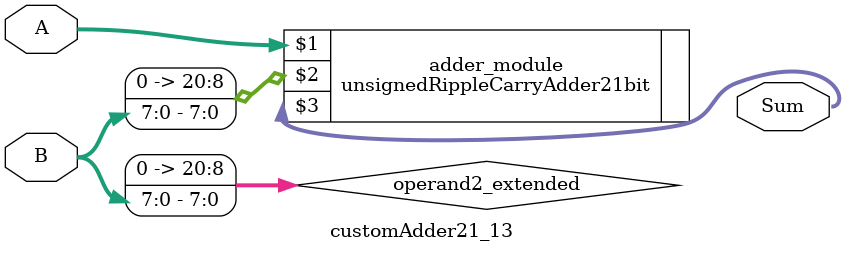
<source format=v>

module customAdder21_13(
                    input [20 : 0] A,
                    input [7 : 0] B,
                    
                    output [21 : 0] Sum
            );

    wire [20 : 0] operand2_extended;
    
    assign operand2_extended =  {13'b0, B};
    
    unsignedRippleCarryAdder21bit adder_module(
        A,
        operand2_extended,
        Sum
    );
    
endmodule
        
</source>
